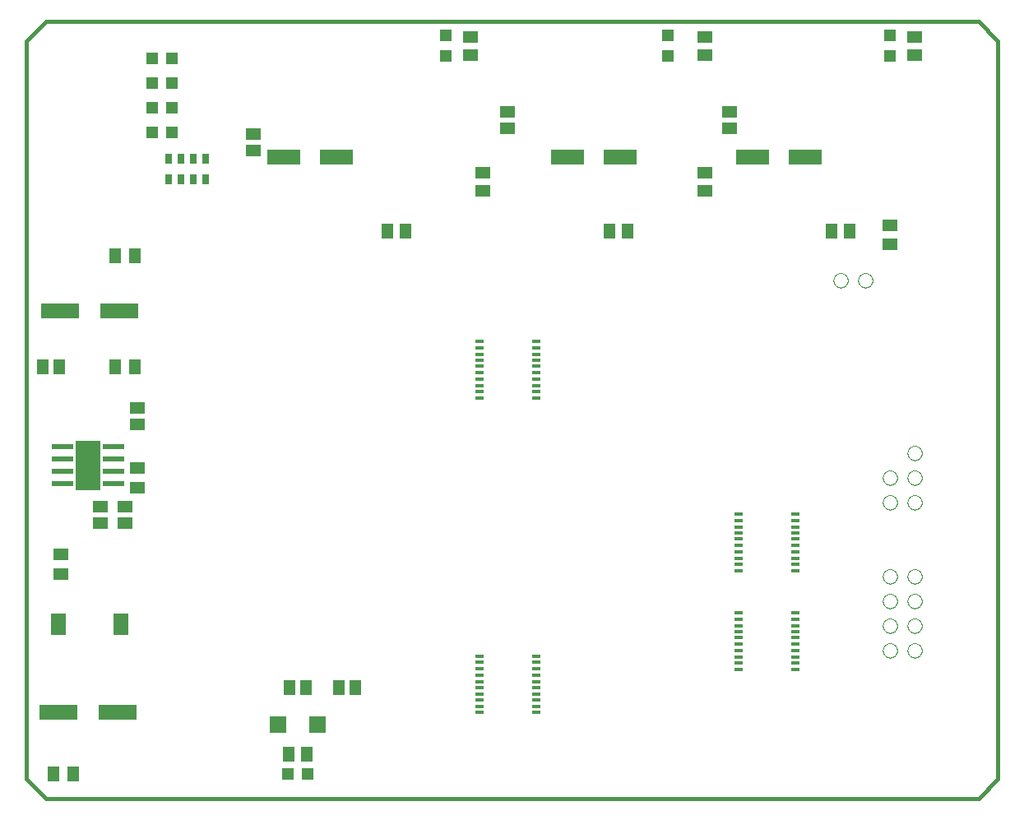
<source format=gtp>
G75*
%MOIN*%
%OFA0B0*%
%FSLAX25Y25*%
%IPPOS*%
%LPD*%
%AMOC8*
5,1,8,0,0,1.08239X$1,22.5*
%
%ADD10C,0.01600*%
%ADD11R,0.04724X0.04724*%
%ADD12R,0.05118X0.05906*%
%ADD13R,0.05906X0.05118*%
%ADD14R,0.13780X0.06299*%
%ADD15R,0.02953X0.04331*%
%ADD16R,0.08661X0.02362*%
%ADD17R,0.10000X0.20000*%
%ADD18R,0.06299X0.05118*%
%ADD19R,0.05118X0.06299*%
%ADD20R,0.15748X0.06299*%
%ADD21R,0.06299X0.08661*%
%ADD22R,0.03543X0.01378*%
%ADD23R,0.07087X0.06693*%
%ADD24C,0.00000*%
D10*
X0013573Y0009674D02*
X0021447Y0001800D01*
X0399400Y0001800D01*
X0407274Y0009674D01*
X0407274Y0308887D01*
X0399400Y0316761D01*
X0021447Y0316761D01*
X0013573Y0308887D01*
X0013573Y0308800D02*
X0013573Y0009800D01*
D11*
X0119439Y0011800D03*
X0127707Y0011800D03*
X0072707Y0271800D03*
X0064439Y0271800D03*
X0064439Y0281800D03*
X0072707Y0281800D03*
X0072707Y0291800D03*
X0064439Y0291800D03*
X0064439Y0301800D03*
X0072707Y0301800D03*
X0183573Y0302666D03*
X0183573Y0310934D03*
X0273573Y0310934D03*
X0273573Y0302666D03*
X0363573Y0302666D03*
X0363573Y0310934D03*
D12*
X0347313Y0231800D03*
X0339833Y0231800D03*
X0257313Y0231800D03*
X0249833Y0231800D03*
X0167313Y0231800D03*
X0159833Y0231800D03*
X0026919Y0176800D03*
X0020226Y0176800D03*
X0120226Y0046800D03*
X0126919Y0046800D03*
X0140226Y0046800D03*
X0146919Y0046800D03*
X0127313Y0019800D03*
X0119833Y0019800D03*
D13*
X0053573Y0113454D03*
X0053573Y0120146D03*
X0043573Y0120146D03*
X0043573Y0113454D03*
X0058573Y0153454D03*
X0058573Y0160146D03*
X0105573Y0264454D03*
X0105573Y0271146D03*
X0193573Y0303060D03*
X0193573Y0310540D03*
X0208573Y0280146D03*
X0208573Y0273454D03*
X0198573Y0255540D03*
X0198573Y0248060D03*
X0288573Y0248060D03*
X0288573Y0255540D03*
X0298573Y0273454D03*
X0298573Y0280146D03*
X0288573Y0303060D03*
X0288573Y0310540D03*
X0373573Y0310540D03*
X0373573Y0303060D03*
X0363573Y0234040D03*
X0363573Y0226560D03*
D14*
X0329203Y0261800D03*
X0307943Y0261800D03*
X0254203Y0261800D03*
X0232943Y0261800D03*
X0139203Y0261800D03*
X0117943Y0261800D03*
D15*
X0086073Y0261013D03*
X0081073Y0261013D03*
X0076073Y0261013D03*
X0071073Y0261013D03*
X0071073Y0252587D03*
X0076073Y0252587D03*
X0081073Y0252587D03*
X0086073Y0252587D03*
D16*
X0048809Y0144300D03*
X0048809Y0139300D03*
X0048809Y0134300D03*
X0048809Y0129300D03*
X0028337Y0129300D03*
X0028337Y0134300D03*
X0028337Y0139300D03*
X0028337Y0144300D03*
D17*
X0038573Y0136800D03*
D18*
X0058573Y0135737D03*
X0058573Y0127863D03*
X0027573Y0100737D03*
X0027573Y0092863D03*
D19*
X0024636Y0011800D03*
X0032510Y0011800D03*
X0049636Y0176800D03*
X0057510Y0176800D03*
X0057510Y0221800D03*
X0049636Y0221800D03*
D20*
X0051093Y0199438D03*
X0027077Y0199438D03*
X0026565Y0036800D03*
X0050581Y0036800D03*
D21*
X0051762Y0072312D03*
X0026565Y0072312D03*
D22*
X0197057Y0059477D03*
X0197057Y0056918D03*
X0197057Y0054359D03*
X0197057Y0051800D03*
X0197057Y0049241D03*
X0197057Y0046682D03*
X0197057Y0044123D03*
X0197057Y0041741D03*
X0197057Y0039182D03*
X0197057Y0036623D03*
X0220089Y0036623D03*
X0220089Y0039182D03*
X0220089Y0041741D03*
X0220089Y0044123D03*
X0220089Y0046682D03*
X0220089Y0049241D03*
X0220089Y0051800D03*
X0220089Y0054359D03*
X0220089Y0056918D03*
X0220089Y0059477D03*
X0302057Y0059241D03*
X0302057Y0061800D03*
X0302057Y0064359D03*
X0302057Y0066918D03*
X0302057Y0069477D03*
X0302057Y0071859D03*
X0302057Y0074418D03*
X0302057Y0076977D03*
X0302057Y0094123D03*
X0302057Y0096682D03*
X0302057Y0099241D03*
X0302057Y0101800D03*
X0302057Y0104359D03*
X0302057Y0106918D03*
X0302057Y0109477D03*
X0302057Y0111859D03*
X0302057Y0114418D03*
X0302057Y0116977D03*
X0325089Y0116977D03*
X0325089Y0114418D03*
X0325089Y0111859D03*
X0325089Y0109477D03*
X0325089Y0106918D03*
X0325089Y0104359D03*
X0325089Y0101800D03*
X0325089Y0099241D03*
X0325089Y0096682D03*
X0325089Y0094123D03*
X0325089Y0076977D03*
X0325089Y0074418D03*
X0325089Y0071859D03*
X0325089Y0069477D03*
X0325089Y0066918D03*
X0325089Y0064359D03*
X0325089Y0061800D03*
X0325089Y0059241D03*
X0325089Y0056682D03*
X0325089Y0054123D03*
X0302057Y0054123D03*
X0302057Y0056682D03*
X0220089Y0164123D03*
X0220089Y0166682D03*
X0220089Y0169241D03*
X0220089Y0171800D03*
X0220089Y0174359D03*
X0220089Y0176918D03*
X0220089Y0179477D03*
X0220089Y0181859D03*
X0220089Y0184418D03*
X0220089Y0186977D03*
X0197057Y0186977D03*
X0197057Y0184418D03*
X0197057Y0181859D03*
X0197057Y0179477D03*
X0197057Y0176918D03*
X0197057Y0174359D03*
X0197057Y0171800D03*
X0197057Y0169241D03*
X0197057Y0166682D03*
X0197057Y0164123D03*
D23*
X0131644Y0031800D03*
X0115502Y0031800D03*
D24*
X0340673Y0211800D02*
X0340675Y0211907D01*
X0340681Y0212014D01*
X0340691Y0212121D01*
X0340705Y0212227D01*
X0340722Y0212333D01*
X0340744Y0212438D01*
X0340770Y0212542D01*
X0340799Y0212645D01*
X0340832Y0212747D01*
X0340869Y0212848D01*
X0340909Y0212947D01*
X0340954Y0213044D01*
X0341001Y0213140D01*
X0341053Y0213235D01*
X0341107Y0213327D01*
X0341165Y0213417D01*
X0341227Y0213505D01*
X0341291Y0213590D01*
X0341359Y0213673D01*
X0341430Y0213754D01*
X0341504Y0213832D01*
X0341580Y0213907D01*
X0341659Y0213979D01*
X0341741Y0214048D01*
X0341825Y0214114D01*
X0341912Y0214177D01*
X0342001Y0214237D01*
X0342092Y0214293D01*
X0342185Y0214346D01*
X0342280Y0214396D01*
X0342377Y0214442D01*
X0342476Y0214484D01*
X0342576Y0214523D01*
X0342677Y0214558D01*
X0342779Y0214589D01*
X0342883Y0214617D01*
X0342988Y0214640D01*
X0343093Y0214660D01*
X0343199Y0214676D01*
X0343305Y0214688D01*
X0343412Y0214696D01*
X0343519Y0214700D01*
X0343627Y0214700D01*
X0343734Y0214696D01*
X0343841Y0214688D01*
X0343947Y0214676D01*
X0344053Y0214660D01*
X0344158Y0214640D01*
X0344263Y0214617D01*
X0344367Y0214589D01*
X0344469Y0214558D01*
X0344570Y0214523D01*
X0344670Y0214484D01*
X0344769Y0214442D01*
X0344866Y0214396D01*
X0344961Y0214346D01*
X0345054Y0214293D01*
X0345145Y0214237D01*
X0345234Y0214177D01*
X0345321Y0214114D01*
X0345405Y0214048D01*
X0345487Y0213979D01*
X0345566Y0213907D01*
X0345642Y0213832D01*
X0345716Y0213754D01*
X0345787Y0213673D01*
X0345855Y0213590D01*
X0345919Y0213505D01*
X0345981Y0213417D01*
X0346039Y0213327D01*
X0346093Y0213235D01*
X0346145Y0213140D01*
X0346192Y0213044D01*
X0346237Y0212947D01*
X0346277Y0212848D01*
X0346314Y0212747D01*
X0346347Y0212645D01*
X0346376Y0212542D01*
X0346402Y0212438D01*
X0346424Y0212333D01*
X0346441Y0212227D01*
X0346455Y0212121D01*
X0346465Y0212014D01*
X0346471Y0211907D01*
X0346473Y0211800D01*
X0346471Y0211693D01*
X0346465Y0211586D01*
X0346455Y0211479D01*
X0346441Y0211373D01*
X0346424Y0211267D01*
X0346402Y0211162D01*
X0346376Y0211058D01*
X0346347Y0210955D01*
X0346314Y0210853D01*
X0346277Y0210752D01*
X0346237Y0210653D01*
X0346192Y0210556D01*
X0346145Y0210460D01*
X0346093Y0210365D01*
X0346039Y0210273D01*
X0345981Y0210183D01*
X0345919Y0210095D01*
X0345855Y0210010D01*
X0345787Y0209927D01*
X0345716Y0209846D01*
X0345642Y0209768D01*
X0345566Y0209693D01*
X0345487Y0209621D01*
X0345405Y0209552D01*
X0345321Y0209486D01*
X0345234Y0209423D01*
X0345145Y0209363D01*
X0345054Y0209307D01*
X0344961Y0209254D01*
X0344866Y0209204D01*
X0344769Y0209158D01*
X0344670Y0209116D01*
X0344570Y0209077D01*
X0344469Y0209042D01*
X0344367Y0209011D01*
X0344263Y0208983D01*
X0344158Y0208960D01*
X0344053Y0208940D01*
X0343947Y0208924D01*
X0343841Y0208912D01*
X0343734Y0208904D01*
X0343627Y0208900D01*
X0343519Y0208900D01*
X0343412Y0208904D01*
X0343305Y0208912D01*
X0343199Y0208924D01*
X0343093Y0208940D01*
X0342988Y0208960D01*
X0342883Y0208983D01*
X0342779Y0209011D01*
X0342677Y0209042D01*
X0342576Y0209077D01*
X0342476Y0209116D01*
X0342377Y0209158D01*
X0342280Y0209204D01*
X0342185Y0209254D01*
X0342092Y0209307D01*
X0342001Y0209363D01*
X0341912Y0209423D01*
X0341825Y0209486D01*
X0341741Y0209552D01*
X0341659Y0209621D01*
X0341580Y0209693D01*
X0341504Y0209768D01*
X0341430Y0209846D01*
X0341359Y0209927D01*
X0341291Y0210010D01*
X0341227Y0210095D01*
X0341165Y0210183D01*
X0341107Y0210273D01*
X0341053Y0210365D01*
X0341001Y0210460D01*
X0340954Y0210556D01*
X0340909Y0210653D01*
X0340869Y0210752D01*
X0340832Y0210853D01*
X0340799Y0210955D01*
X0340770Y0211058D01*
X0340744Y0211162D01*
X0340722Y0211267D01*
X0340705Y0211373D01*
X0340691Y0211479D01*
X0340681Y0211586D01*
X0340675Y0211693D01*
X0340673Y0211800D01*
X0350673Y0211800D02*
X0350675Y0211907D01*
X0350681Y0212014D01*
X0350691Y0212121D01*
X0350705Y0212227D01*
X0350722Y0212333D01*
X0350744Y0212438D01*
X0350770Y0212542D01*
X0350799Y0212645D01*
X0350832Y0212747D01*
X0350869Y0212848D01*
X0350909Y0212947D01*
X0350954Y0213044D01*
X0351001Y0213140D01*
X0351053Y0213235D01*
X0351107Y0213327D01*
X0351165Y0213417D01*
X0351227Y0213505D01*
X0351291Y0213590D01*
X0351359Y0213673D01*
X0351430Y0213754D01*
X0351504Y0213832D01*
X0351580Y0213907D01*
X0351659Y0213979D01*
X0351741Y0214048D01*
X0351825Y0214114D01*
X0351912Y0214177D01*
X0352001Y0214237D01*
X0352092Y0214293D01*
X0352185Y0214346D01*
X0352280Y0214396D01*
X0352377Y0214442D01*
X0352476Y0214484D01*
X0352576Y0214523D01*
X0352677Y0214558D01*
X0352779Y0214589D01*
X0352883Y0214617D01*
X0352988Y0214640D01*
X0353093Y0214660D01*
X0353199Y0214676D01*
X0353305Y0214688D01*
X0353412Y0214696D01*
X0353519Y0214700D01*
X0353627Y0214700D01*
X0353734Y0214696D01*
X0353841Y0214688D01*
X0353947Y0214676D01*
X0354053Y0214660D01*
X0354158Y0214640D01*
X0354263Y0214617D01*
X0354367Y0214589D01*
X0354469Y0214558D01*
X0354570Y0214523D01*
X0354670Y0214484D01*
X0354769Y0214442D01*
X0354866Y0214396D01*
X0354961Y0214346D01*
X0355054Y0214293D01*
X0355145Y0214237D01*
X0355234Y0214177D01*
X0355321Y0214114D01*
X0355405Y0214048D01*
X0355487Y0213979D01*
X0355566Y0213907D01*
X0355642Y0213832D01*
X0355716Y0213754D01*
X0355787Y0213673D01*
X0355855Y0213590D01*
X0355919Y0213505D01*
X0355981Y0213417D01*
X0356039Y0213327D01*
X0356093Y0213235D01*
X0356145Y0213140D01*
X0356192Y0213044D01*
X0356237Y0212947D01*
X0356277Y0212848D01*
X0356314Y0212747D01*
X0356347Y0212645D01*
X0356376Y0212542D01*
X0356402Y0212438D01*
X0356424Y0212333D01*
X0356441Y0212227D01*
X0356455Y0212121D01*
X0356465Y0212014D01*
X0356471Y0211907D01*
X0356473Y0211800D01*
X0356471Y0211693D01*
X0356465Y0211586D01*
X0356455Y0211479D01*
X0356441Y0211373D01*
X0356424Y0211267D01*
X0356402Y0211162D01*
X0356376Y0211058D01*
X0356347Y0210955D01*
X0356314Y0210853D01*
X0356277Y0210752D01*
X0356237Y0210653D01*
X0356192Y0210556D01*
X0356145Y0210460D01*
X0356093Y0210365D01*
X0356039Y0210273D01*
X0355981Y0210183D01*
X0355919Y0210095D01*
X0355855Y0210010D01*
X0355787Y0209927D01*
X0355716Y0209846D01*
X0355642Y0209768D01*
X0355566Y0209693D01*
X0355487Y0209621D01*
X0355405Y0209552D01*
X0355321Y0209486D01*
X0355234Y0209423D01*
X0355145Y0209363D01*
X0355054Y0209307D01*
X0354961Y0209254D01*
X0354866Y0209204D01*
X0354769Y0209158D01*
X0354670Y0209116D01*
X0354570Y0209077D01*
X0354469Y0209042D01*
X0354367Y0209011D01*
X0354263Y0208983D01*
X0354158Y0208960D01*
X0354053Y0208940D01*
X0353947Y0208924D01*
X0353841Y0208912D01*
X0353734Y0208904D01*
X0353627Y0208900D01*
X0353519Y0208900D01*
X0353412Y0208904D01*
X0353305Y0208912D01*
X0353199Y0208924D01*
X0353093Y0208940D01*
X0352988Y0208960D01*
X0352883Y0208983D01*
X0352779Y0209011D01*
X0352677Y0209042D01*
X0352576Y0209077D01*
X0352476Y0209116D01*
X0352377Y0209158D01*
X0352280Y0209204D01*
X0352185Y0209254D01*
X0352092Y0209307D01*
X0352001Y0209363D01*
X0351912Y0209423D01*
X0351825Y0209486D01*
X0351741Y0209552D01*
X0351659Y0209621D01*
X0351580Y0209693D01*
X0351504Y0209768D01*
X0351430Y0209846D01*
X0351359Y0209927D01*
X0351291Y0210010D01*
X0351227Y0210095D01*
X0351165Y0210183D01*
X0351107Y0210273D01*
X0351053Y0210365D01*
X0351001Y0210460D01*
X0350954Y0210556D01*
X0350909Y0210653D01*
X0350869Y0210752D01*
X0350832Y0210853D01*
X0350799Y0210955D01*
X0350770Y0211058D01*
X0350744Y0211162D01*
X0350722Y0211267D01*
X0350705Y0211373D01*
X0350691Y0211479D01*
X0350681Y0211586D01*
X0350675Y0211693D01*
X0350673Y0211800D01*
X0370673Y0141800D02*
X0370675Y0141907D01*
X0370681Y0142014D01*
X0370691Y0142121D01*
X0370705Y0142227D01*
X0370722Y0142333D01*
X0370744Y0142438D01*
X0370770Y0142542D01*
X0370799Y0142645D01*
X0370832Y0142747D01*
X0370869Y0142848D01*
X0370909Y0142947D01*
X0370954Y0143044D01*
X0371001Y0143140D01*
X0371053Y0143235D01*
X0371107Y0143327D01*
X0371165Y0143417D01*
X0371227Y0143505D01*
X0371291Y0143590D01*
X0371359Y0143673D01*
X0371430Y0143754D01*
X0371504Y0143832D01*
X0371580Y0143907D01*
X0371659Y0143979D01*
X0371741Y0144048D01*
X0371825Y0144114D01*
X0371912Y0144177D01*
X0372001Y0144237D01*
X0372092Y0144293D01*
X0372185Y0144346D01*
X0372280Y0144396D01*
X0372377Y0144442D01*
X0372476Y0144484D01*
X0372576Y0144523D01*
X0372677Y0144558D01*
X0372779Y0144589D01*
X0372883Y0144617D01*
X0372988Y0144640D01*
X0373093Y0144660D01*
X0373199Y0144676D01*
X0373305Y0144688D01*
X0373412Y0144696D01*
X0373519Y0144700D01*
X0373627Y0144700D01*
X0373734Y0144696D01*
X0373841Y0144688D01*
X0373947Y0144676D01*
X0374053Y0144660D01*
X0374158Y0144640D01*
X0374263Y0144617D01*
X0374367Y0144589D01*
X0374469Y0144558D01*
X0374570Y0144523D01*
X0374670Y0144484D01*
X0374769Y0144442D01*
X0374866Y0144396D01*
X0374961Y0144346D01*
X0375054Y0144293D01*
X0375145Y0144237D01*
X0375234Y0144177D01*
X0375321Y0144114D01*
X0375405Y0144048D01*
X0375487Y0143979D01*
X0375566Y0143907D01*
X0375642Y0143832D01*
X0375716Y0143754D01*
X0375787Y0143673D01*
X0375855Y0143590D01*
X0375919Y0143505D01*
X0375981Y0143417D01*
X0376039Y0143327D01*
X0376093Y0143235D01*
X0376145Y0143140D01*
X0376192Y0143044D01*
X0376237Y0142947D01*
X0376277Y0142848D01*
X0376314Y0142747D01*
X0376347Y0142645D01*
X0376376Y0142542D01*
X0376402Y0142438D01*
X0376424Y0142333D01*
X0376441Y0142227D01*
X0376455Y0142121D01*
X0376465Y0142014D01*
X0376471Y0141907D01*
X0376473Y0141800D01*
X0376471Y0141693D01*
X0376465Y0141586D01*
X0376455Y0141479D01*
X0376441Y0141373D01*
X0376424Y0141267D01*
X0376402Y0141162D01*
X0376376Y0141058D01*
X0376347Y0140955D01*
X0376314Y0140853D01*
X0376277Y0140752D01*
X0376237Y0140653D01*
X0376192Y0140556D01*
X0376145Y0140460D01*
X0376093Y0140365D01*
X0376039Y0140273D01*
X0375981Y0140183D01*
X0375919Y0140095D01*
X0375855Y0140010D01*
X0375787Y0139927D01*
X0375716Y0139846D01*
X0375642Y0139768D01*
X0375566Y0139693D01*
X0375487Y0139621D01*
X0375405Y0139552D01*
X0375321Y0139486D01*
X0375234Y0139423D01*
X0375145Y0139363D01*
X0375054Y0139307D01*
X0374961Y0139254D01*
X0374866Y0139204D01*
X0374769Y0139158D01*
X0374670Y0139116D01*
X0374570Y0139077D01*
X0374469Y0139042D01*
X0374367Y0139011D01*
X0374263Y0138983D01*
X0374158Y0138960D01*
X0374053Y0138940D01*
X0373947Y0138924D01*
X0373841Y0138912D01*
X0373734Y0138904D01*
X0373627Y0138900D01*
X0373519Y0138900D01*
X0373412Y0138904D01*
X0373305Y0138912D01*
X0373199Y0138924D01*
X0373093Y0138940D01*
X0372988Y0138960D01*
X0372883Y0138983D01*
X0372779Y0139011D01*
X0372677Y0139042D01*
X0372576Y0139077D01*
X0372476Y0139116D01*
X0372377Y0139158D01*
X0372280Y0139204D01*
X0372185Y0139254D01*
X0372092Y0139307D01*
X0372001Y0139363D01*
X0371912Y0139423D01*
X0371825Y0139486D01*
X0371741Y0139552D01*
X0371659Y0139621D01*
X0371580Y0139693D01*
X0371504Y0139768D01*
X0371430Y0139846D01*
X0371359Y0139927D01*
X0371291Y0140010D01*
X0371227Y0140095D01*
X0371165Y0140183D01*
X0371107Y0140273D01*
X0371053Y0140365D01*
X0371001Y0140460D01*
X0370954Y0140556D01*
X0370909Y0140653D01*
X0370869Y0140752D01*
X0370832Y0140853D01*
X0370799Y0140955D01*
X0370770Y0141058D01*
X0370744Y0141162D01*
X0370722Y0141267D01*
X0370705Y0141373D01*
X0370691Y0141479D01*
X0370681Y0141586D01*
X0370675Y0141693D01*
X0370673Y0141800D01*
X0370673Y0131800D02*
X0370675Y0131907D01*
X0370681Y0132014D01*
X0370691Y0132121D01*
X0370705Y0132227D01*
X0370722Y0132333D01*
X0370744Y0132438D01*
X0370770Y0132542D01*
X0370799Y0132645D01*
X0370832Y0132747D01*
X0370869Y0132848D01*
X0370909Y0132947D01*
X0370954Y0133044D01*
X0371001Y0133140D01*
X0371053Y0133235D01*
X0371107Y0133327D01*
X0371165Y0133417D01*
X0371227Y0133505D01*
X0371291Y0133590D01*
X0371359Y0133673D01*
X0371430Y0133754D01*
X0371504Y0133832D01*
X0371580Y0133907D01*
X0371659Y0133979D01*
X0371741Y0134048D01*
X0371825Y0134114D01*
X0371912Y0134177D01*
X0372001Y0134237D01*
X0372092Y0134293D01*
X0372185Y0134346D01*
X0372280Y0134396D01*
X0372377Y0134442D01*
X0372476Y0134484D01*
X0372576Y0134523D01*
X0372677Y0134558D01*
X0372779Y0134589D01*
X0372883Y0134617D01*
X0372988Y0134640D01*
X0373093Y0134660D01*
X0373199Y0134676D01*
X0373305Y0134688D01*
X0373412Y0134696D01*
X0373519Y0134700D01*
X0373627Y0134700D01*
X0373734Y0134696D01*
X0373841Y0134688D01*
X0373947Y0134676D01*
X0374053Y0134660D01*
X0374158Y0134640D01*
X0374263Y0134617D01*
X0374367Y0134589D01*
X0374469Y0134558D01*
X0374570Y0134523D01*
X0374670Y0134484D01*
X0374769Y0134442D01*
X0374866Y0134396D01*
X0374961Y0134346D01*
X0375054Y0134293D01*
X0375145Y0134237D01*
X0375234Y0134177D01*
X0375321Y0134114D01*
X0375405Y0134048D01*
X0375487Y0133979D01*
X0375566Y0133907D01*
X0375642Y0133832D01*
X0375716Y0133754D01*
X0375787Y0133673D01*
X0375855Y0133590D01*
X0375919Y0133505D01*
X0375981Y0133417D01*
X0376039Y0133327D01*
X0376093Y0133235D01*
X0376145Y0133140D01*
X0376192Y0133044D01*
X0376237Y0132947D01*
X0376277Y0132848D01*
X0376314Y0132747D01*
X0376347Y0132645D01*
X0376376Y0132542D01*
X0376402Y0132438D01*
X0376424Y0132333D01*
X0376441Y0132227D01*
X0376455Y0132121D01*
X0376465Y0132014D01*
X0376471Y0131907D01*
X0376473Y0131800D01*
X0376471Y0131693D01*
X0376465Y0131586D01*
X0376455Y0131479D01*
X0376441Y0131373D01*
X0376424Y0131267D01*
X0376402Y0131162D01*
X0376376Y0131058D01*
X0376347Y0130955D01*
X0376314Y0130853D01*
X0376277Y0130752D01*
X0376237Y0130653D01*
X0376192Y0130556D01*
X0376145Y0130460D01*
X0376093Y0130365D01*
X0376039Y0130273D01*
X0375981Y0130183D01*
X0375919Y0130095D01*
X0375855Y0130010D01*
X0375787Y0129927D01*
X0375716Y0129846D01*
X0375642Y0129768D01*
X0375566Y0129693D01*
X0375487Y0129621D01*
X0375405Y0129552D01*
X0375321Y0129486D01*
X0375234Y0129423D01*
X0375145Y0129363D01*
X0375054Y0129307D01*
X0374961Y0129254D01*
X0374866Y0129204D01*
X0374769Y0129158D01*
X0374670Y0129116D01*
X0374570Y0129077D01*
X0374469Y0129042D01*
X0374367Y0129011D01*
X0374263Y0128983D01*
X0374158Y0128960D01*
X0374053Y0128940D01*
X0373947Y0128924D01*
X0373841Y0128912D01*
X0373734Y0128904D01*
X0373627Y0128900D01*
X0373519Y0128900D01*
X0373412Y0128904D01*
X0373305Y0128912D01*
X0373199Y0128924D01*
X0373093Y0128940D01*
X0372988Y0128960D01*
X0372883Y0128983D01*
X0372779Y0129011D01*
X0372677Y0129042D01*
X0372576Y0129077D01*
X0372476Y0129116D01*
X0372377Y0129158D01*
X0372280Y0129204D01*
X0372185Y0129254D01*
X0372092Y0129307D01*
X0372001Y0129363D01*
X0371912Y0129423D01*
X0371825Y0129486D01*
X0371741Y0129552D01*
X0371659Y0129621D01*
X0371580Y0129693D01*
X0371504Y0129768D01*
X0371430Y0129846D01*
X0371359Y0129927D01*
X0371291Y0130010D01*
X0371227Y0130095D01*
X0371165Y0130183D01*
X0371107Y0130273D01*
X0371053Y0130365D01*
X0371001Y0130460D01*
X0370954Y0130556D01*
X0370909Y0130653D01*
X0370869Y0130752D01*
X0370832Y0130853D01*
X0370799Y0130955D01*
X0370770Y0131058D01*
X0370744Y0131162D01*
X0370722Y0131267D01*
X0370705Y0131373D01*
X0370691Y0131479D01*
X0370681Y0131586D01*
X0370675Y0131693D01*
X0370673Y0131800D01*
X0360673Y0131800D02*
X0360675Y0131907D01*
X0360681Y0132014D01*
X0360691Y0132121D01*
X0360705Y0132227D01*
X0360722Y0132333D01*
X0360744Y0132438D01*
X0360770Y0132542D01*
X0360799Y0132645D01*
X0360832Y0132747D01*
X0360869Y0132848D01*
X0360909Y0132947D01*
X0360954Y0133044D01*
X0361001Y0133140D01*
X0361053Y0133235D01*
X0361107Y0133327D01*
X0361165Y0133417D01*
X0361227Y0133505D01*
X0361291Y0133590D01*
X0361359Y0133673D01*
X0361430Y0133754D01*
X0361504Y0133832D01*
X0361580Y0133907D01*
X0361659Y0133979D01*
X0361741Y0134048D01*
X0361825Y0134114D01*
X0361912Y0134177D01*
X0362001Y0134237D01*
X0362092Y0134293D01*
X0362185Y0134346D01*
X0362280Y0134396D01*
X0362377Y0134442D01*
X0362476Y0134484D01*
X0362576Y0134523D01*
X0362677Y0134558D01*
X0362779Y0134589D01*
X0362883Y0134617D01*
X0362988Y0134640D01*
X0363093Y0134660D01*
X0363199Y0134676D01*
X0363305Y0134688D01*
X0363412Y0134696D01*
X0363519Y0134700D01*
X0363627Y0134700D01*
X0363734Y0134696D01*
X0363841Y0134688D01*
X0363947Y0134676D01*
X0364053Y0134660D01*
X0364158Y0134640D01*
X0364263Y0134617D01*
X0364367Y0134589D01*
X0364469Y0134558D01*
X0364570Y0134523D01*
X0364670Y0134484D01*
X0364769Y0134442D01*
X0364866Y0134396D01*
X0364961Y0134346D01*
X0365054Y0134293D01*
X0365145Y0134237D01*
X0365234Y0134177D01*
X0365321Y0134114D01*
X0365405Y0134048D01*
X0365487Y0133979D01*
X0365566Y0133907D01*
X0365642Y0133832D01*
X0365716Y0133754D01*
X0365787Y0133673D01*
X0365855Y0133590D01*
X0365919Y0133505D01*
X0365981Y0133417D01*
X0366039Y0133327D01*
X0366093Y0133235D01*
X0366145Y0133140D01*
X0366192Y0133044D01*
X0366237Y0132947D01*
X0366277Y0132848D01*
X0366314Y0132747D01*
X0366347Y0132645D01*
X0366376Y0132542D01*
X0366402Y0132438D01*
X0366424Y0132333D01*
X0366441Y0132227D01*
X0366455Y0132121D01*
X0366465Y0132014D01*
X0366471Y0131907D01*
X0366473Y0131800D01*
X0366471Y0131693D01*
X0366465Y0131586D01*
X0366455Y0131479D01*
X0366441Y0131373D01*
X0366424Y0131267D01*
X0366402Y0131162D01*
X0366376Y0131058D01*
X0366347Y0130955D01*
X0366314Y0130853D01*
X0366277Y0130752D01*
X0366237Y0130653D01*
X0366192Y0130556D01*
X0366145Y0130460D01*
X0366093Y0130365D01*
X0366039Y0130273D01*
X0365981Y0130183D01*
X0365919Y0130095D01*
X0365855Y0130010D01*
X0365787Y0129927D01*
X0365716Y0129846D01*
X0365642Y0129768D01*
X0365566Y0129693D01*
X0365487Y0129621D01*
X0365405Y0129552D01*
X0365321Y0129486D01*
X0365234Y0129423D01*
X0365145Y0129363D01*
X0365054Y0129307D01*
X0364961Y0129254D01*
X0364866Y0129204D01*
X0364769Y0129158D01*
X0364670Y0129116D01*
X0364570Y0129077D01*
X0364469Y0129042D01*
X0364367Y0129011D01*
X0364263Y0128983D01*
X0364158Y0128960D01*
X0364053Y0128940D01*
X0363947Y0128924D01*
X0363841Y0128912D01*
X0363734Y0128904D01*
X0363627Y0128900D01*
X0363519Y0128900D01*
X0363412Y0128904D01*
X0363305Y0128912D01*
X0363199Y0128924D01*
X0363093Y0128940D01*
X0362988Y0128960D01*
X0362883Y0128983D01*
X0362779Y0129011D01*
X0362677Y0129042D01*
X0362576Y0129077D01*
X0362476Y0129116D01*
X0362377Y0129158D01*
X0362280Y0129204D01*
X0362185Y0129254D01*
X0362092Y0129307D01*
X0362001Y0129363D01*
X0361912Y0129423D01*
X0361825Y0129486D01*
X0361741Y0129552D01*
X0361659Y0129621D01*
X0361580Y0129693D01*
X0361504Y0129768D01*
X0361430Y0129846D01*
X0361359Y0129927D01*
X0361291Y0130010D01*
X0361227Y0130095D01*
X0361165Y0130183D01*
X0361107Y0130273D01*
X0361053Y0130365D01*
X0361001Y0130460D01*
X0360954Y0130556D01*
X0360909Y0130653D01*
X0360869Y0130752D01*
X0360832Y0130853D01*
X0360799Y0130955D01*
X0360770Y0131058D01*
X0360744Y0131162D01*
X0360722Y0131267D01*
X0360705Y0131373D01*
X0360691Y0131479D01*
X0360681Y0131586D01*
X0360675Y0131693D01*
X0360673Y0131800D01*
X0360673Y0121800D02*
X0360675Y0121907D01*
X0360681Y0122014D01*
X0360691Y0122121D01*
X0360705Y0122227D01*
X0360722Y0122333D01*
X0360744Y0122438D01*
X0360770Y0122542D01*
X0360799Y0122645D01*
X0360832Y0122747D01*
X0360869Y0122848D01*
X0360909Y0122947D01*
X0360954Y0123044D01*
X0361001Y0123140D01*
X0361053Y0123235D01*
X0361107Y0123327D01*
X0361165Y0123417D01*
X0361227Y0123505D01*
X0361291Y0123590D01*
X0361359Y0123673D01*
X0361430Y0123754D01*
X0361504Y0123832D01*
X0361580Y0123907D01*
X0361659Y0123979D01*
X0361741Y0124048D01*
X0361825Y0124114D01*
X0361912Y0124177D01*
X0362001Y0124237D01*
X0362092Y0124293D01*
X0362185Y0124346D01*
X0362280Y0124396D01*
X0362377Y0124442D01*
X0362476Y0124484D01*
X0362576Y0124523D01*
X0362677Y0124558D01*
X0362779Y0124589D01*
X0362883Y0124617D01*
X0362988Y0124640D01*
X0363093Y0124660D01*
X0363199Y0124676D01*
X0363305Y0124688D01*
X0363412Y0124696D01*
X0363519Y0124700D01*
X0363627Y0124700D01*
X0363734Y0124696D01*
X0363841Y0124688D01*
X0363947Y0124676D01*
X0364053Y0124660D01*
X0364158Y0124640D01*
X0364263Y0124617D01*
X0364367Y0124589D01*
X0364469Y0124558D01*
X0364570Y0124523D01*
X0364670Y0124484D01*
X0364769Y0124442D01*
X0364866Y0124396D01*
X0364961Y0124346D01*
X0365054Y0124293D01*
X0365145Y0124237D01*
X0365234Y0124177D01*
X0365321Y0124114D01*
X0365405Y0124048D01*
X0365487Y0123979D01*
X0365566Y0123907D01*
X0365642Y0123832D01*
X0365716Y0123754D01*
X0365787Y0123673D01*
X0365855Y0123590D01*
X0365919Y0123505D01*
X0365981Y0123417D01*
X0366039Y0123327D01*
X0366093Y0123235D01*
X0366145Y0123140D01*
X0366192Y0123044D01*
X0366237Y0122947D01*
X0366277Y0122848D01*
X0366314Y0122747D01*
X0366347Y0122645D01*
X0366376Y0122542D01*
X0366402Y0122438D01*
X0366424Y0122333D01*
X0366441Y0122227D01*
X0366455Y0122121D01*
X0366465Y0122014D01*
X0366471Y0121907D01*
X0366473Y0121800D01*
X0366471Y0121693D01*
X0366465Y0121586D01*
X0366455Y0121479D01*
X0366441Y0121373D01*
X0366424Y0121267D01*
X0366402Y0121162D01*
X0366376Y0121058D01*
X0366347Y0120955D01*
X0366314Y0120853D01*
X0366277Y0120752D01*
X0366237Y0120653D01*
X0366192Y0120556D01*
X0366145Y0120460D01*
X0366093Y0120365D01*
X0366039Y0120273D01*
X0365981Y0120183D01*
X0365919Y0120095D01*
X0365855Y0120010D01*
X0365787Y0119927D01*
X0365716Y0119846D01*
X0365642Y0119768D01*
X0365566Y0119693D01*
X0365487Y0119621D01*
X0365405Y0119552D01*
X0365321Y0119486D01*
X0365234Y0119423D01*
X0365145Y0119363D01*
X0365054Y0119307D01*
X0364961Y0119254D01*
X0364866Y0119204D01*
X0364769Y0119158D01*
X0364670Y0119116D01*
X0364570Y0119077D01*
X0364469Y0119042D01*
X0364367Y0119011D01*
X0364263Y0118983D01*
X0364158Y0118960D01*
X0364053Y0118940D01*
X0363947Y0118924D01*
X0363841Y0118912D01*
X0363734Y0118904D01*
X0363627Y0118900D01*
X0363519Y0118900D01*
X0363412Y0118904D01*
X0363305Y0118912D01*
X0363199Y0118924D01*
X0363093Y0118940D01*
X0362988Y0118960D01*
X0362883Y0118983D01*
X0362779Y0119011D01*
X0362677Y0119042D01*
X0362576Y0119077D01*
X0362476Y0119116D01*
X0362377Y0119158D01*
X0362280Y0119204D01*
X0362185Y0119254D01*
X0362092Y0119307D01*
X0362001Y0119363D01*
X0361912Y0119423D01*
X0361825Y0119486D01*
X0361741Y0119552D01*
X0361659Y0119621D01*
X0361580Y0119693D01*
X0361504Y0119768D01*
X0361430Y0119846D01*
X0361359Y0119927D01*
X0361291Y0120010D01*
X0361227Y0120095D01*
X0361165Y0120183D01*
X0361107Y0120273D01*
X0361053Y0120365D01*
X0361001Y0120460D01*
X0360954Y0120556D01*
X0360909Y0120653D01*
X0360869Y0120752D01*
X0360832Y0120853D01*
X0360799Y0120955D01*
X0360770Y0121058D01*
X0360744Y0121162D01*
X0360722Y0121267D01*
X0360705Y0121373D01*
X0360691Y0121479D01*
X0360681Y0121586D01*
X0360675Y0121693D01*
X0360673Y0121800D01*
X0370673Y0121800D02*
X0370675Y0121907D01*
X0370681Y0122014D01*
X0370691Y0122121D01*
X0370705Y0122227D01*
X0370722Y0122333D01*
X0370744Y0122438D01*
X0370770Y0122542D01*
X0370799Y0122645D01*
X0370832Y0122747D01*
X0370869Y0122848D01*
X0370909Y0122947D01*
X0370954Y0123044D01*
X0371001Y0123140D01*
X0371053Y0123235D01*
X0371107Y0123327D01*
X0371165Y0123417D01*
X0371227Y0123505D01*
X0371291Y0123590D01*
X0371359Y0123673D01*
X0371430Y0123754D01*
X0371504Y0123832D01*
X0371580Y0123907D01*
X0371659Y0123979D01*
X0371741Y0124048D01*
X0371825Y0124114D01*
X0371912Y0124177D01*
X0372001Y0124237D01*
X0372092Y0124293D01*
X0372185Y0124346D01*
X0372280Y0124396D01*
X0372377Y0124442D01*
X0372476Y0124484D01*
X0372576Y0124523D01*
X0372677Y0124558D01*
X0372779Y0124589D01*
X0372883Y0124617D01*
X0372988Y0124640D01*
X0373093Y0124660D01*
X0373199Y0124676D01*
X0373305Y0124688D01*
X0373412Y0124696D01*
X0373519Y0124700D01*
X0373627Y0124700D01*
X0373734Y0124696D01*
X0373841Y0124688D01*
X0373947Y0124676D01*
X0374053Y0124660D01*
X0374158Y0124640D01*
X0374263Y0124617D01*
X0374367Y0124589D01*
X0374469Y0124558D01*
X0374570Y0124523D01*
X0374670Y0124484D01*
X0374769Y0124442D01*
X0374866Y0124396D01*
X0374961Y0124346D01*
X0375054Y0124293D01*
X0375145Y0124237D01*
X0375234Y0124177D01*
X0375321Y0124114D01*
X0375405Y0124048D01*
X0375487Y0123979D01*
X0375566Y0123907D01*
X0375642Y0123832D01*
X0375716Y0123754D01*
X0375787Y0123673D01*
X0375855Y0123590D01*
X0375919Y0123505D01*
X0375981Y0123417D01*
X0376039Y0123327D01*
X0376093Y0123235D01*
X0376145Y0123140D01*
X0376192Y0123044D01*
X0376237Y0122947D01*
X0376277Y0122848D01*
X0376314Y0122747D01*
X0376347Y0122645D01*
X0376376Y0122542D01*
X0376402Y0122438D01*
X0376424Y0122333D01*
X0376441Y0122227D01*
X0376455Y0122121D01*
X0376465Y0122014D01*
X0376471Y0121907D01*
X0376473Y0121800D01*
X0376471Y0121693D01*
X0376465Y0121586D01*
X0376455Y0121479D01*
X0376441Y0121373D01*
X0376424Y0121267D01*
X0376402Y0121162D01*
X0376376Y0121058D01*
X0376347Y0120955D01*
X0376314Y0120853D01*
X0376277Y0120752D01*
X0376237Y0120653D01*
X0376192Y0120556D01*
X0376145Y0120460D01*
X0376093Y0120365D01*
X0376039Y0120273D01*
X0375981Y0120183D01*
X0375919Y0120095D01*
X0375855Y0120010D01*
X0375787Y0119927D01*
X0375716Y0119846D01*
X0375642Y0119768D01*
X0375566Y0119693D01*
X0375487Y0119621D01*
X0375405Y0119552D01*
X0375321Y0119486D01*
X0375234Y0119423D01*
X0375145Y0119363D01*
X0375054Y0119307D01*
X0374961Y0119254D01*
X0374866Y0119204D01*
X0374769Y0119158D01*
X0374670Y0119116D01*
X0374570Y0119077D01*
X0374469Y0119042D01*
X0374367Y0119011D01*
X0374263Y0118983D01*
X0374158Y0118960D01*
X0374053Y0118940D01*
X0373947Y0118924D01*
X0373841Y0118912D01*
X0373734Y0118904D01*
X0373627Y0118900D01*
X0373519Y0118900D01*
X0373412Y0118904D01*
X0373305Y0118912D01*
X0373199Y0118924D01*
X0373093Y0118940D01*
X0372988Y0118960D01*
X0372883Y0118983D01*
X0372779Y0119011D01*
X0372677Y0119042D01*
X0372576Y0119077D01*
X0372476Y0119116D01*
X0372377Y0119158D01*
X0372280Y0119204D01*
X0372185Y0119254D01*
X0372092Y0119307D01*
X0372001Y0119363D01*
X0371912Y0119423D01*
X0371825Y0119486D01*
X0371741Y0119552D01*
X0371659Y0119621D01*
X0371580Y0119693D01*
X0371504Y0119768D01*
X0371430Y0119846D01*
X0371359Y0119927D01*
X0371291Y0120010D01*
X0371227Y0120095D01*
X0371165Y0120183D01*
X0371107Y0120273D01*
X0371053Y0120365D01*
X0371001Y0120460D01*
X0370954Y0120556D01*
X0370909Y0120653D01*
X0370869Y0120752D01*
X0370832Y0120853D01*
X0370799Y0120955D01*
X0370770Y0121058D01*
X0370744Y0121162D01*
X0370722Y0121267D01*
X0370705Y0121373D01*
X0370691Y0121479D01*
X0370681Y0121586D01*
X0370675Y0121693D01*
X0370673Y0121800D01*
X0370673Y0091800D02*
X0370675Y0091907D01*
X0370681Y0092014D01*
X0370691Y0092121D01*
X0370705Y0092227D01*
X0370722Y0092333D01*
X0370744Y0092438D01*
X0370770Y0092542D01*
X0370799Y0092645D01*
X0370832Y0092747D01*
X0370869Y0092848D01*
X0370909Y0092947D01*
X0370954Y0093044D01*
X0371001Y0093140D01*
X0371053Y0093235D01*
X0371107Y0093327D01*
X0371165Y0093417D01*
X0371227Y0093505D01*
X0371291Y0093590D01*
X0371359Y0093673D01*
X0371430Y0093754D01*
X0371504Y0093832D01*
X0371580Y0093907D01*
X0371659Y0093979D01*
X0371741Y0094048D01*
X0371825Y0094114D01*
X0371912Y0094177D01*
X0372001Y0094237D01*
X0372092Y0094293D01*
X0372185Y0094346D01*
X0372280Y0094396D01*
X0372377Y0094442D01*
X0372476Y0094484D01*
X0372576Y0094523D01*
X0372677Y0094558D01*
X0372779Y0094589D01*
X0372883Y0094617D01*
X0372988Y0094640D01*
X0373093Y0094660D01*
X0373199Y0094676D01*
X0373305Y0094688D01*
X0373412Y0094696D01*
X0373519Y0094700D01*
X0373627Y0094700D01*
X0373734Y0094696D01*
X0373841Y0094688D01*
X0373947Y0094676D01*
X0374053Y0094660D01*
X0374158Y0094640D01*
X0374263Y0094617D01*
X0374367Y0094589D01*
X0374469Y0094558D01*
X0374570Y0094523D01*
X0374670Y0094484D01*
X0374769Y0094442D01*
X0374866Y0094396D01*
X0374961Y0094346D01*
X0375054Y0094293D01*
X0375145Y0094237D01*
X0375234Y0094177D01*
X0375321Y0094114D01*
X0375405Y0094048D01*
X0375487Y0093979D01*
X0375566Y0093907D01*
X0375642Y0093832D01*
X0375716Y0093754D01*
X0375787Y0093673D01*
X0375855Y0093590D01*
X0375919Y0093505D01*
X0375981Y0093417D01*
X0376039Y0093327D01*
X0376093Y0093235D01*
X0376145Y0093140D01*
X0376192Y0093044D01*
X0376237Y0092947D01*
X0376277Y0092848D01*
X0376314Y0092747D01*
X0376347Y0092645D01*
X0376376Y0092542D01*
X0376402Y0092438D01*
X0376424Y0092333D01*
X0376441Y0092227D01*
X0376455Y0092121D01*
X0376465Y0092014D01*
X0376471Y0091907D01*
X0376473Y0091800D01*
X0376471Y0091693D01*
X0376465Y0091586D01*
X0376455Y0091479D01*
X0376441Y0091373D01*
X0376424Y0091267D01*
X0376402Y0091162D01*
X0376376Y0091058D01*
X0376347Y0090955D01*
X0376314Y0090853D01*
X0376277Y0090752D01*
X0376237Y0090653D01*
X0376192Y0090556D01*
X0376145Y0090460D01*
X0376093Y0090365D01*
X0376039Y0090273D01*
X0375981Y0090183D01*
X0375919Y0090095D01*
X0375855Y0090010D01*
X0375787Y0089927D01*
X0375716Y0089846D01*
X0375642Y0089768D01*
X0375566Y0089693D01*
X0375487Y0089621D01*
X0375405Y0089552D01*
X0375321Y0089486D01*
X0375234Y0089423D01*
X0375145Y0089363D01*
X0375054Y0089307D01*
X0374961Y0089254D01*
X0374866Y0089204D01*
X0374769Y0089158D01*
X0374670Y0089116D01*
X0374570Y0089077D01*
X0374469Y0089042D01*
X0374367Y0089011D01*
X0374263Y0088983D01*
X0374158Y0088960D01*
X0374053Y0088940D01*
X0373947Y0088924D01*
X0373841Y0088912D01*
X0373734Y0088904D01*
X0373627Y0088900D01*
X0373519Y0088900D01*
X0373412Y0088904D01*
X0373305Y0088912D01*
X0373199Y0088924D01*
X0373093Y0088940D01*
X0372988Y0088960D01*
X0372883Y0088983D01*
X0372779Y0089011D01*
X0372677Y0089042D01*
X0372576Y0089077D01*
X0372476Y0089116D01*
X0372377Y0089158D01*
X0372280Y0089204D01*
X0372185Y0089254D01*
X0372092Y0089307D01*
X0372001Y0089363D01*
X0371912Y0089423D01*
X0371825Y0089486D01*
X0371741Y0089552D01*
X0371659Y0089621D01*
X0371580Y0089693D01*
X0371504Y0089768D01*
X0371430Y0089846D01*
X0371359Y0089927D01*
X0371291Y0090010D01*
X0371227Y0090095D01*
X0371165Y0090183D01*
X0371107Y0090273D01*
X0371053Y0090365D01*
X0371001Y0090460D01*
X0370954Y0090556D01*
X0370909Y0090653D01*
X0370869Y0090752D01*
X0370832Y0090853D01*
X0370799Y0090955D01*
X0370770Y0091058D01*
X0370744Y0091162D01*
X0370722Y0091267D01*
X0370705Y0091373D01*
X0370691Y0091479D01*
X0370681Y0091586D01*
X0370675Y0091693D01*
X0370673Y0091800D01*
X0360673Y0091800D02*
X0360675Y0091907D01*
X0360681Y0092014D01*
X0360691Y0092121D01*
X0360705Y0092227D01*
X0360722Y0092333D01*
X0360744Y0092438D01*
X0360770Y0092542D01*
X0360799Y0092645D01*
X0360832Y0092747D01*
X0360869Y0092848D01*
X0360909Y0092947D01*
X0360954Y0093044D01*
X0361001Y0093140D01*
X0361053Y0093235D01*
X0361107Y0093327D01*
X0361165Y0093417D01*
X0361227Y0093505D01*
X0361291Y0093590D01*
X0361359Y0093673D01*
X0361430Y0093754D01*
X0361504Y0093832D01*
X0361580Y0093907D01*
X0361659Y0093979D01*
X0361741Y0094048D01*
X0361825Y0094114D01*
X0361912Y0094177D01*
X0362001Y0094237D01*
X0362092Y0094293D01*
X0362185Y0094346D01*
X0362280Y0094396D01*
X0362377Y0094442D01*
X0362476Y0094484D01*
X0362576Y0094523D01*
X0362677Y0094558D01*
X0362779Y0094589D01*
X0362883Y0094617D01*
X0362988Y0094640D01*
X0363093Y0094660D01*
X0363199Y0094676D01*
X0363305Y0094688D01*
X0363412Y0094696D01*
X0363519Y0094700D01*
X0363627Y0094700D01*
X0363734Y0094696D01*
X0363841Y0094688D01*
X0363947Y0094676D01*
X0364053Y0094660D01*
X0364158Y0094640D01*
X0364263Y0094617D01*
X0364367Y0094589D01*
X0364469Y0094558D01*
X0364570Y0094523D01*
X0364670Y0094484D01*
X0364769Y0094442D01*
X0364866Y0094396D01*
X0364961Y0094346D01*
X0365054Y0094293D01*
X0365145Y0094237D01*
X0365234Y0094177D01*
X0365321Y0094114D01*
X0365405Y0094048D01*
X0365487Y0093979D01*
X0365566Y0093907D01*
X0365642Y0093832D01*
X0365716Y0093754D01*
X0365787Y0093673D01*
X0365855Y0093590D01*
X0365919Y0093505D01*
X0365981Y0093417D01*
X0366039Y0093327D01*
X0366093Y0093235D01*
X0366145Y0093140D01*
X0366192Y0093044D01*
X0366237Y0092947D01*
X0366277Y0092848D01*
X0366314Y0092747D01*
X0366347Y0092645D01*
X0366376Y0092542D01*
X0366402Y0092438D01*
X0366424Y0092333D01*
X0366441Y0092227D01*
X0366455Y0092121D01*
X0366465Y0092014D01*
X0366471Y0091907D01*
X0366473Y0091800D01*
X0366471Y0091693D01*
X0366465Y0091586D01*
X0366455Y0091479D01*
X0366441Y0091373D01*
X0366424Y0091267D01*
X0366402Y0091162D01*
X0366376Y0091058D01*
X0366347Y0090955D01*
X0366314Y0090853D01*
X0366277Y0090752D01*
X0366237Y0090653D01*
X0366192Y0090556D01*
X0366145Y0090460D01*
X0366093Y0090365D01*
X0366039Y0090273D01*
X0365981Y0090183D01*
X0365919Y0090095D01*
X0365855Y0090010D01*
X0365787Y0089927D01*
X0365716Y0089846D01*
X0365642Y0089768D01*
X0365566Y0089693D01*
X0365487Y0089621D01*
X0365405Y0089552D01*
X0365321Y0089486D01*
X0365234Y0089423D01*
X0365145Y0089363D01*
X0365054Y0089307D01*
X0364961Y0089254D01*
X0364866Y0089204D01*
X0364769Y0089158D01*
X0364670Y0089116D01*
X0364570Y0089077D01*
X0364469Y0089042D01*
X0364367Y0089011D01*
X0364263Y0088983D01*
X0364158Y0088960D01*
X0364053Y0088940D01*
X0363947Y0088924D01*
X0363841Y0088912D01*
X0363734Y0088904D01*
X0363627Y0088900D01*
X0363519Y0088900D01*
X0363412Y0088904D01*
X0363305Y0088912D01*
X0363199Y0088924D01*
X0363093Y0088940D01*
X0362988Y0088960D01*
X0362883Y0088983D01*
X0362779Y0089011D01*
X0362677Y0089042D01*
X0362576Y0089077D01*
X0362476Y0089116D01*
X0362377Y0089158D01*
X0362280Y0089204D01*
X0362185Y0089254D01*
X0362092Y0089307D01*
X0362001Y0089363D01*
X0361912Y0089423D01*
X0361825Y0089486D01*
X0361741Y0089552D01*
X0361659Y0089621D01*
X0361580Y0089693D01*
X0361504Y0089768D01*
X0361430Y0089846D01*
X0361359Y0089927D01*
X0361291Y0090010D01*
X0361227Y0090095D01*
X0361165Y0090183D01*
X0361107Y0090273D01*
X0361053Y0090365D01*
X0361001Y0090460D01*
X0360954Y0090556D01*
X0360909Y0090653D01*
X0360869Y0090752D01*
X0360832Y0090853D01*
X0360799Y0090955D01*
X0360770Y0091058D01*
X0360744Y0091162D01*
X0360722Y0091267D01*
X0360705Y0091373D01*
X0360691Y0091479D01*
X0360681Y0091586D01*
X0360675Y0091693D01*
X0360673Y0091800D01*
X0360673Y0081800D02*
X0360675Y0081907D01*
X0360681Y0082014D01*
X0360691Y0082121D01*
X0360705Y0082227D01*
X0360722Y0082333D01*
X0360744Y0082438D01*
X0360770Y0082542D01*
X0360799Y0082645D01*
X0360832Y0082747D01*
X0360869Y0082848D01*
X0360909Y0082947D01*
X0360954Y0083044D01*
X0361001Y0083140D01*
X0361053Y0083235D01*
X0361107Y0083327D01*
X0361165Y0083417D01*
X0361227Y0083505D01*
X0361291Y0083590D01*
X0361359Y0083673D01*
X0361430Y0083754D01*
X0361504Y0083832D01*
X0361580Y0083907D01*
X0361659Y0083979D01*
X0361741Y0084048D01*
X0361825Y0084114D01*
X0361912Y0084177D01*
X0362001Y0084237D01*
X0362092Y0084293D01*
X0362185Y0084346D01*
X0362280Y0084396D01*
X0362377Y0084442D01*
X0362476Y0084484D01*
X0362576Y0084523D01*
X0362677Y0084558D01*
X0362779Y0084589D01*
X0362883Y0084617D01*
X0362988Y0084640D01*
X0363093Y0084660D01*
X0363199Y0084676D01*
X0363305Y0084688D01*
X0363412Y0084696D01*
X0363519Y0084700D01*
X0363627Y0084700D01*
X0363734Y0084696D01*
X0363841Y0084688D01*
X0363947Y0084676D01*
X0364053Y0084660D01*
X0364158Y0084640D01*
X0364263Y0084617D01*
X0364367Y0084589D01*
X0364469Y0084558D01*
X0364570Y0084523D01*
X0364670Y0084484D01*
X0364769Y0084442D01*
X0364866Y0084396D01*
X0364961Y0084346D01*
X0365054Y0084293D01*
X0365145Y0084237D01*
X0365234Y0084177D01*
X0365321Y0084114D01*
X0365405Y0084048D01*
X0365487Y0083979D01*
X0365566Y0083907D01*
X0365642Y0083832D01*
X0365716Y0083754D01*
X0365787Y0083673D01*
X0365855Y0083590D01*
X0365919Y0083505D01*
X0365981Y0083417D01*
X0366039Y0083327D01*
X0366093Y0083235D01*
X0366145Y0083140D01*
X0366192Y0083044D01*
X0366237Y0082947D01*
X0366277Y0082848D01*
X0366314Y0082747D01*
X0366347Y0082645D01*
X0366376Y0082542D01*
X0366402Y0082438D01*
X0366424Y0082333D01*
X0366441Y0082227D01*
X0366455Y0082121D01*
X0366465Y0082014D01*
X0366471Y0081907D01*
X0366473Y0081800D01*
X0366471Y0081693D01*
X0366465Y0081586D01*
X0366455Y0081479D01*
X0366441Y0081373D01*
X0366424Y0081267D01*
X0366402Y0081162D01*
X0366376Y0081058D01*
X0366347Y0080955D01*
X0366314Y0080853D01*
X0366277Y0080752D01*
X0366237Y0080653D01*
X0366192Y0080556D01*
X0366145Y0080460D01*
X0366093Y0080365D01*
X0366039Y0080273D01*
X0365981Y0080183D01*
X0365919Y0080095D01*
X0365855Y0080010D01*
X0365787Y0079927D01*
X0365716Y0079846D01*
X0365642Y0079768D01*
X0365566Y0079693D01*
X0365487Y0079621D01*
X0365405Y0079552D01*
X0365321Y0079486D01*
X0365234Y0079423D01*
X0365145Y0079363D01*
X0365054Y0079307D01*
X0364961Y0079254D01*
X0364866Y0079204D01*
X0364769Y0079158D01*
X0364670Y0079116D01*
X0364570Y0079077D01*
X0364469Y0079042D01*
X0364367Y0079011D01*
X0364263Y0078983D01*
X0364158Y0078960D01*
X0364053Y0078940D01*
X0363947Y0078924D01*
X0363841Y0078912D01*
X0363734Y0078904D01*
X0363627Y0078900D01*
X0363519Y0078900D01*
X0363412Y0078904D01*
X0363305Y0078912D01*
X0363199Y0078924D01*
X0363093Y0078940D01*
X0362988Y0078960D01*
X0362883Y0078983D01*
X0362779Y0079011D01*
X0362677Y0079042D01*
X0362576Y0079077D01*
X0362476Y0079116D01*
X0362377Y0079158D01*
X0362280Y0079204D01*
X0362185Y0079254D01*
X0362092Y0079307D01*
X0362001Y0079363D01*
X0361912Y0079423D01*
X0361825Y0079486D01*
X0361741Y0079552D01*
X0361659Y0079621D01*
X0361580Y0079693D01*
X0361504Y0079768D01*
X0361430Y0079846D01*
X0361359Y0079927D01*
X0361291Y0080010D01*
X0361227Y0080095D01*
X0361165Y0080183D01*
X0361107Y0080273D01*
X0361053Y0080365D01*
X0361001Y0080460D01*
X0360954Y0080556D01*
X0360909Y0080653D01*
X0360869Y0080752D01*
X0360832Y0080853D01*
X0360799Y0080955D01*
X0360770Y0081058D01*
X0360744Y0081162D01*
X0360722Y0081267D01*
X0360705Y0081373D01*
X0360691Y0081479D01*
X0360681Y0081586D01*
X0360675Y0081693D01*
X0360673Y0081800D01*
X0360673Y0071800D02*
X0360675Y0071907D01*
X0360681Y0072014D01*
X0360691Y0072121D01*
X0360705Y0072227D01*
X0360722Y0072333D01*
X0360744Y0072438D01*
X0360770Y0072542D01*
X0360799Y0072645D01*
X0360832Y0072747D01*
X0360869Y0072848D01*
X0360909Y0072947D01*
X0360954Y0073044D01*
X0361001Y0073140D01*
X0361053Y0073235D01*
X0361107Y0073327D01*
X0361165Y0073417D01*
X0361227Y0073505D01*
X0361291Y0073590D01*
X0361359Y0073673D01*
X0361430Y0073754D01*
X0361504Y0073832D01*
X0361580Y0073907D01*
X0361659Y0073979D01*
X0361741Y0074048D01*
X0361825Y0074114D01*
X0361912Y0074177D01*
X0362001Y0074237D01*
X0362092Y0074293D01*
X0362185Y0074346D01*
X0362280Y0074396D01*
X0362377Y0074442D01*
X0362476Y0074484D01*
X0362576Y0074523D01*
X0362677Y0074558D01*
X0362779Y0074589D01*
X0362883Y0074617D01*
X0362988Y0074640D01*
X0363093Y0074660D01*
X0363199Y0074676D01*
X0363305Y0074688D01*
X0363412Y0074696D01*
X0363519Y0074700D01*
X0363627Y0074700D01*
X0363734Y0074696D01*
X0363841Y0074688D01*
X0363947Y0074676D01*
X0364053Y0074660D01*
X0364158Y0074640D01*
X0364263Y0074617D01*
X0364367Y0074589D01*
X0364469Y0074558D01*
X0364570Y0074523D01*
X0364670Y0074484D01*
X0364769Y0074442D01*
X0364866Y0074396D01*
X0364961Y0074346D01*
X0365054Y0074293D01*
X0365145Y0074237D01*
X0365234Y0074177D01*
X0365321Y0074114D01*
X0365405Y0074048D01*
X0365487Y0073979D01*
X0365566Y0073907D01*
X0365642Y0073832D01*
X0365716Y0073754D01*
X0365787Y0073673D01*
X0365855Y0073590D01*
X0365919Y0073505D01*
X0365981Y0073417D01*
X0366039Y0073327D01*
X0366093Y0073235D01*
X0366145Y0073140D01*
X0366192Y0073044D01*
X0366237Y0072947D01*
X0366277Y0072848D01*
X0366314Y0072747D01*
X0366347Y0072645D01*
X0366376Y0072542D01*
X0366402Y0072438D01*
X0366424Y0072333D01*
X0366441Y0072227D01*
X0366455Y0072121D01*
X0366465Y0072014D01*
X0366471Y0071907D01*
X0366473Y0071800D01*
X0366471Y0071693D01*
X0366465Y0071586D01*
X0366455Y0071479D01*
X0366441Y0071373D01*
X0366424Y0071267D01*
X0366402Y0071162D01*
X0366376Y0071058D01*
X0366347Y0070955D01*
X0366314Y0070853D01*
X0366277Y0070752D01*
X0366237Y0070653D01*
X0366192Y0070556D01*
X0366145Y0070460D01*
X0366093Y0070365D01*
X0366039Y0070273D01*
X0365981Y0070183D01*
X0365919Y0070095D01*
X0365855Y0070010D01*
X0365787Y0069927D01*
X0365716Y0069846D01*
X0365642Y0069768D01*
X0365566Y0069693D01*
X0365487Y0069621D01*
X0365405Y0069552D01*
X0365321Y0069486D01*
X0365234Y0069423D01*
X0365145Y0069363D01*
X0365054Y0069307D01*
X0364961Y0069254D01*
X0364866Y0069204D01*
X0364769Y0069158D01*
X0364670Y0069116D01*
X0364570Y0069077D01*
X0364469Y0069042D01*
X0364367Y0069011D01*
X0364263Y0068983D01*
X0364158Y0068960D01*
X0364053Y0068940D01*
X0363947Y0068924D01*
X0363841Y0068912D01*
X0363734Y0068904D01*
X0363627Y0068900D01*
X0363519Y0068900D01*
X0363412Y0068904D01*
X0363305Y0068912D01*
X0363199Y0068924D01*
X0363093Y0068940D01*
X0362988Y0068960D01*
X0362883Y0068983D01*
X0362779Y0069011D01*
X0362677Y0069042D01*
X0362576Y0069077D01*
X0362476Y0069116D01*
X0362377Y0069158D01*
X0362280Y0069204D01*
X0362185Y0069254D01*
X0362092Y0069307D01*
X0362001Y0069363D01*
X0361912Y0069423D01*
X0361825Y0069486D01*
X0361741Y0069552D01*
X0361659Y0069621D01*
X0361580Y0069693D01*
X0361504Y0069768D01*
X0361430Y0069846D01*
X0361359Y0069927D01*
X0361291Y0070010D01*
X0361227Y0070095D01*
X0361165Y0070183D01*
X0361107Y0070273D01*
X0361053Y0070365D01*
X0361001Y0070460D01*
X0360954Y0070556D01*
X0360909Y0070653D01*
X0360869Y0070752D01*
X0360832Y0070853D01*
X0360799Y0070955D01*
X0360770Y0071058D01*
X0360744Y0071162D01*
X0360722Y0071267D01*
X0360705Y0071373D01*
X0360691Y0071479D01*
X0360681Y0071586D01*
X0360675Y0071693D01*
X0360673Y0071800D01*
X0360673Y0061800D02*
X0360675Y0061907D01*
X0360681Y0062014D01*
X0360691Y0062121D01*
X0360705Y0062227D01*
X0360722Y0062333D01*
X0360744Y0062438D01*
X0360770Y0062542D01*
X0360799Y0062645D01*
X0360832Y0062747D01*
X0360869Y0062848D01*
X0360909Y0062947D01*
X0360954Y0063044D01*
X0361001Y0063140D01*
X0361053Y0063235D01*
X0361107Y0063327D01*
X0361165Y0063417D01*
X0361227Y0063505D01*
X0361291Y0063590D01*
X0361359Y0063673D01*
X0361430Y0063754D01*
X0361504Y0063832D01*
X0361580Y0063907D01*
X0361659Y0063979D01*
X0361741Y0064048D01*
X0361825Y0064114D01*
X0361912Y0064177D01*
X0362001Y0064237D01*
X0362092Y0064293D01*
X0362185Y0064346D01*
X0362280Y0064396D01*
X0362377Y0064442D01*
X0362476Y0064484D01*
X0362576Y0064523D01*
X0362677Y0064558D01*
X0362779Y0064589D01*
X0362883Y0064617D01*
X0362988Y0064640D01*
X0363093Y0064660D01*
X0363199Y0064676D01*
X0363305Y0064688D01*
X0363412Y0064696D01*
X0363519Y0064700D01*
X0363627Y0064700D01*
X0363734Y0064696D01*
X0363841Y0064688D01*
X0363947Y0064676D01*
X0364053Y0064660D01*
X0364158Y0064640D01*
X0364263Y0064617D01*
X0364367Y0064589D01*
X0364469Y0064558D01*
X0364570Y0064523D01*
X0364670Y0064484D01*
X0364769Y0064442D01*
X0364866Y0064396D01*
X0364961Y0064346D01*
X0365054Y0064293D01*
X0365145Y0064237D01*
X0365234Y0064177D01*
X0365321Y0064114D01*
X0365405Y0064048D01*
X0365487Y0063979D01*
X0365566Y0063907D01*
X0365642Y0063832D01*
X0365716Y0063754D01*
X0365787Y0063673D01*
X0365855Y0063590D01*
X0365919Y0063505D01*
X0365981Y0063417D01*
X0366039Y0063327D01*
X0366093Y0063235D01*
X0366145Y0063140D01*
X0366192Y0063044D01*
X0366237Y0062947D01*
X0366277Y0062848D01*
X0366314Y0062747D01*
X0366347Y0062645D01*
X0366376Y0062542D01*
X0366402Y0062438D01*
X0366424Y0062333D01*
X0366441Y0062227D01*
X0366455Y0062121D01*
X0366465Y0062014D01*
X0366471Y0061907D01*
X0366473Y0061800D01*
X0366471Y0061693D01*
X0366465Y0061586D01*
X0366455Y0061479D01*
X0366441Y0061373D01*
X0366424Y0061267D01*
X0366402Y0061162D01*
X0366376Y0061058D01*
X0366347Y0060955D01*
X0366314Y0060853D01*
X0366277Y0060752D01*
X0366237Y0060653D01*
X0366192Y0060556D01*
X0366145Y0060460D01*
X0366093Y0060365D01*
X0366039Y0060273D01*
X0365981Y0060183D01*
X0365919Y0060095D01*
X0365855Y0060010D01*
X0365787Y0059927D01*
X0365716Y0059846D01*
X0365642Y0059768D01*
X0365566Y0059693D01*
X0365487Y0059621D01*
X0365405Y0059552D01*
X0365321Y0059486D01*
X0365234Y0059423D01*
X0365145Y0059363D01*
X0365054Y0059307D01*
X0364961Y0059254D01*
X0364866Y0059204D01*
X0364769Y0059158D01*
X0364670Y0059116D01*
X0364570Y0059077D01*
X0364469Y0059042D01*
X0364367Y0059011D01*
X0364263Y0058983D01*
X0364158Y0058960D01*
X0364053Y0058940D01*
X0363947Y0058924D01*
X0363841Y0058912D01*
X0363734Y0058904D01*
X0363627Y0058900D01*
X0363519Y0058900D01*
X0363412Y0058904D01*
X0363305Y0058912D01*
X0363199Y0058924D01*
X0363093Y0058940D01*
X0362988Y0058960D01*
X0362883Y0058983D01*
X0362779Y0059011D01*
X0362677Y0059042D01*
X0362576Y0059077D01*
X0362476Y0059116D01*
X0362377Y0059158D01*
X0362280Y0059204D01*
X0362185Y0059254D01*
X0362092Y0059307D01*
X0362001Y0059363D01*
X0361912Y0059423D01*
X0361825Y0059486D01*
X0361741Y0059552D01*
X0361659Y0059621D01*
X0361580Y0059693D01*
X0361504Y0059768D01*
X0361430Y0059846D01*
X0361359Y0059927D01*
X0361291Y0060010D01*
X0361227Y0060095D01*
X0361165Y0060183D01*
X0361107Y0060273D01*
X0361053Y0060365D01*
X0361001Y0060460D01*
X0360954Y0060556D01*
X0360909Y0060653D01*
X0360869Y0060752D01*
X0360832Y0060853D01*
X0360799Y0060955D01*
X0360770Y0061058D01*
X0360744Y0061162D01*
X0360722Y0061267D01*
X0360705Y0061373D01*
X0360691Y0061479D01*
X0360681Y0061586D01*
X0360675Y0061693D01*
X0360673Y0061800D01*
X0370673Y0061800D02*
X0370675Y0061907D01*
X0370681Y0062014D01*
X0370691Y0062121D01*
X0370705Y0062227D01*
X0370722Y0062333D01*
X0370744Y0062438D01*
X0370770Y0062542D01*
X0370799Y0062645D01*
X0370832Y0062747D01*
X0370869Y0062848D01*
X0370909Y0062947D01*
X0370954Y0063044D01*
X0371001Y0063140D01*
X0371053Y0063235D01*
X0371107Y0063327D01*
X0371165Y0063417D01*
X0371227Y0063505D01*
X0371291Y0063590D01*
X0371359Y0063673D01*
X0371430Y0063754D01*
X0371504Y0063832D01*
X0371580Y0063907D01*
X0371659Y0063979D01*
X0371741Y0064048D01*
X0371825Y0064114D01*
X0371912Y0064177D01*
X0372001Y0064237D01*
X0372092Y0064293D01*
X0372185Y0064346D01*
X0372280Y0064396D01*
X0372377Y0064442D01*
X0372476Y0064484D01*
X0372576Y0064523D01*
X0372677Y0064558D01*
X0372779Y0064589D01*
X0372883Y0064617D01*
X0372988Y0064640D01*
X0373093Y0064660D01*
X0373199Y0064676D01*
X0373305Y0064688D01*
X0373412Y0064696D01*
X0373519Y0064700D01*
X0373627Y0064700D01*
X0373734Y0064696D01*
X0373841Y0064688D01*
X0373947Y0064676D01*
X0374053Y0064660D01*
X0374158Y0064640D01*
X0374263Y0064617D01*
X0374367Y0064589D01*
X0374469Y0064558D01*
X0374570Y0064523D01*
X0374670Y0064484D01*
X0374769Y0064442D01*
X0374866Y0064396D01*
X0374961Y0064346D01*
X0375054Y0064293D01*
X0375145Y0064237D01*
X0375234Y0064177D01*
X0375321Y0064114D01*
X0375405Y0064048D01*
X0375487Y0063979D01*
X0375566Y0063907D01*
X0375642Y0063832D01*
X0375716Y0063754D01*
X0375787Y0063673D01*
X0375855Y0063590D01*
X0375919Y0063505D01*
X0375981Y0063417D01*
X0376039Y0063327D01*
X0376093Y0063235D01*
X0376145Y0063140D01*
X0376192Y0063044D01*
X0376237Y0062947D01*
X0376277Y0062848D01*
X0376314Y0062747D01*
X0376347Y0062645D01*
X0376376Y0062542D01*
X0376402Y0062438D01*
X0376424Y0062333D01*
X0376441Y0062227D01*
X0376455Y0062121D01*
X0376465Y0062014D01*
X0376471Y0061907D01*
X0376473Y0061800D01*
X0376471Y0061693D01*
X0376465Y0061586D01*
X0376455Y0061479D01*
X0376441Y0061373D01*
X0376424Y0061267D01*
X0376402Y0061162D01*
X0376376Y0061058D01*
X0376347Y0060955D01*
X0376314Y0060853D01*
X0376277Y0060752D01*
X0376237Y0060653D01*
X0376192Y0060556D01*
X0376145Y0060460D01*
X0376093Y0060365D01*
X0376039Y0060273D01*
X0375981Y0060183D01*
X0375919Y0060095D01*
X0375855Y0060010D01*
X0375787Y0059927D01*
X0375716Y0059846D01*
X0375642Y0059768D01*
X0375566Y0059693D01*
X0375487Y0059621D01*
X0375405Y0059552D01*
X0375321Y0059486D01*
X0375234Y0059423D01*
X0375145Y0059363D01*
X0375054Y0059307D01*
X0374961Y0059254D01*
X0374866Y0059204D01*
X0374769Y0059158D01*
X0374670Y0059116D01*
X0374570Y0059077D01*
X0374469Y0059042D01*
X0374367Y0059011D01*
X0374263Y0058983D01*
X0374158Y0058960D01*
X0374053Y0058940D01*
X0373947Y0058924D01*
X0373841Y0058912D01*
X0373734Y0058904D01*
X0373627Y0058900D01*
X0373519Y0058900D01*
X0373412Y0058904D01*
X0373305Y0058912D01*
X0373199Y0058924D01*
X0373093Y0058940D01*
X0372988Y0058960D01*
X0372883Y0058983D01*
X0372779Y0059011D01*
X0372677Y0059042D01*
X0372576Y0059077D01*
X0372476Y0059116D01*
X0372377Y0059158D01*
X0372280Y0059204D01*
X0372185Y0059254D01*
X0372092Y0059307D01*
X0372001Y0059363D01*
X0371912Y0059423D01*
X0371825Y0059486D01*
X0371741Y0059552D01*
X0371659Y0059621D01*
X0371580Y0059693D01*
X0371504Y0059768D01*
X0371430Y0059846D01*
X0371359Y0059927D01*
X0371291Y0060010D01*
X0371227Y0060095D01*
X0371165Y0060183D01*
X0371107Y0060273D01*
X0371053Y0060365D01*
X0371001Y0060460D01*
X0370954Y0060556D01*
X0370909Y0060653D01*
X0370869Y0060752D01*
X0370832Y0060853D01*
X0370799Y0060955D01*
X0370770Y0061058D01*
X0370744Y0061162D01*
X0370722Y0061267D01*
X0370705Y0061373D01*
X0370691Y0061479D01*
X0370681Y0061586D01*
X0370675Y0061693D01*
X0370673Y0061800D01*
X0370673Y0071800D02*
X0370675Y0071907D01*
X0370681Y0072014D01*
X0370691Y0072121D01*
X0370705Y0072227D01*
X0370722Y0072333D01*
X0370744Y0072438D01*
X0370770Y0072542D01*
X0370799Y0072645D01*
X0370832Y0072747D01*
X0370869Y0072848D01*
X0370909Y0072947D01*
X0370954Y0073044D01*
X0371001Y0073140D01*
X0371053Y0073235D01*
X0371107Y0073327D01*
X0371165Y0073417D01*
X0371227Y0073505D01*
X0371291Y0073590D01*
X0371359Y0073673D01*
X0371430Y0073754D01*
X0371504Y0073832D01*
X0371580Y0073907D01*
X0371659Y0073979D01*
X0371741Y0074048D01*
X0371825Y0074114D01*
X0371912Y0074177D01*
X0372001Y0074237D01*
X0372092Y0074293D01*
X0372185Y0074346D01*
X0372280Y0074396D01*
X0372377Y0074442D01*
X0372476Y0074484D01*
X0372576Y0074523D01*
X0372677Y0074558D01*
X0372779Y0074589D01*
X0372883Y0074617D01*
X0372988Y0074640D01*
X0373093Y0074660D01*
X0373199Y0074676D01*
X0373305Y0074688D01*
X0373412Y0074696D01*
X0373519Y0074700D01*
X0373627Y0074700D01*
X0373734Y0074696D01*
X0373841Y0074688D01*
X0373947Y0074676D01*
X0374053Y0074660D01*
X0374158Y0074640D01*
X0374263Y0074617D01*
X0374367Y0074589D01*
X0374469Y0074558D01*
X0374570Y0074523D01*
X0374670Y0074484D01*
X0374769Y0074442D01*
X0374866Y0074396D01*
X0374961Y0074346D01*
X0375054Y0074293D01*
X0375145Y0074237D01*
X0375234Y0074177D01*
X0375321Y0074114D01*
X0375405Y0074048D01*
X0375487Y0073979D01*
X0375566Y0073907D01*
X0375642Y0073832D01*
X0375716Y0073754D01*
X0375787Y0073673D01*
X0375855Y0073590D01*
X0375919Y0073505D01*
X0375981Y0073417D01*
X0376039Y0073327D01*
X0376093Y0073235D01*
X0376145Y0073140D01*
X0376192Y0073044D01*
X0376237Y0072947D01*
X0376277Y0072848D01*
X0376314Y0072747D01*
X0376347Y0072645D01*
X0376376Y0072542D01*
X0376402Y0072438D01*
X0376424Y0072333D01*
X0376441Y0072227D01*
X0376455Y0072121D01*
X0376465Y0072014D01*
X0376471Y0071907D01*
X0376473Y0071800D01*
X0376471Y0071693D01*
X0376465Y0071586D01*
X0376455Y0071479D01*
X0376441Y0071373D01*
X0376424Y0071267D01*
X0376402Y0071162D01*
X0376376Y0071058D01*
X0376347Y0070955D01*
X0376314Y0070853D01*
X0376277Y0070752D01*
X0376237Y0070653D01*
X0376192Y0070556D01*
X0376145Y0070460D01*
X0376093Y0070365D01*
X0376039Y0070273D01*
X0375981Y0070183D01*
X0375919Y0070095D01*
X0375855Y0070010D01*
X0375787Y0069927D01*
X0375716Y0069846D01*
X0375642Y0069768D01*
X0375566Y0069693D01*
X0375487Y0069621D01*
X0375405Y0069552D01*
X0375321Y0069486D01*
X0375234Y0069423D01*
X0375145Y0069363D01*
X0375054Y0069307D01*
X0374961Y0069254D01*
X0374866Y0069204D01*
X0374769Y0069158D01*
X0374670Y0069116D01*
X0374570Y0069077D01*
X0374469Y0069042D01*
X0374367Y0069011D01*
X0374263Y0068983D01*
X0374158Y0068960D01*
X0374053Y0068940D01*
X0373947Y0068924D01*
X0373841Y0068912D01*
X0373734Y0068904D01*
X0373627Y0068900D01*
X0373519Y0068900D01*
X0373412Y0068904D01*
X0373305Y0068912D01*
X0373199Y0068924D01*
X0373093Y0068940D01*
X0372988Y0068960D01*
X0372883Y0068983D01*
X0372779Y0069011D01*
X0372677Y0069042D01*
X0372576Y0069077D01*
X0372476Y0069116D01*
X0372377Y0069158D01*
X0372280Y0069204D01*
X0372185Y0069254D01*
X0372092Y0069307D01*
X0372001Y0069363D01*
X0371912Y0069423D01*
X0371825Y0069486D01*
X0371741Y0069552D01*
X0371659Y0069621D01*
X0371580Y0069693D01*
X0371504Y0069768D01*
X0371430Y0069846D01*
X0371359Y0069927D01*
X0371291Y0070010D01*
X0371227Y0070095D01*
X0371165Y0070183D01*
X0371107Y0070273D01*
X0371053Y0070365D01*
X0371001Y0070460D01*
X0370954Y0070556D01*
X0370909Y0070653D01*
X0370869Y0070752D01*
X0370832Y0070853D01*
X0370799Y0070955D01*
X0370770Y0071058D01*
X0370744Y0071162D01*
X0370722Y0071267D01*
X0370705Y0071373D01*
X0370691Y0071479D01*
X0370681Y0071586D01*
X0370675Y0071693D01*
X0370673Y0071800D01*
X0370673Y0081800D02*
X0370675Y0081907D01*
X0370681Y0082014D01*
X0370691Y0082121D01*
X0370705Y0082227D01*
X0370722Y0082333D01*
X0370744Y0082438D01*
X0370770Y0082542D01*
X0370799Y0082645D01*
X0370832Y0082747D01*
X0370869Y0082848D01*
X0370909Y0082947D01*
X0370954Y0083044D01*
X0371001Y0083140D01*
X0371053Y0083235D01*
X0371107Y0083327D01*
X0371165Y0083417D01*
X0371227Y0083505D01*
X0371291Y0083590D01*
X0371359Y0083673D01*
X0371430Y0083754D01*
X0371504Y0083832D01*
X0371580Y0083907D01*
X0371659Y0083979D01*
X0371741Y0084048D01*
X0371825Y0084114D01*
X0371912Y0084177D01*
X0372001Y0084237D01*
X0372092Y0084293D01*
X0372185Y0084346D01*
X0372280Y0084396D01*
X0372377Y0084442D01*
X0372476Y0084484D01*
X0372576Y0084523D01*
X0372677Y0084558D01*
X0372779Y0084589D01*
X0372883Y0084617D01*
X0372988Y0084640D01*
X0373093Y0084660D01*
X0373199Y0084676D01*
X0373305Y0084688D01*
X0373412Y0084696D01*
X0373519Y0084700D01*
X0373627Y0084700D01*
X0373734Y0084696D01*
X0373841Y0084688D01*
X0373947Y0084676D01*
X0374053Y0084660D01*
X0374158Y0084640D01*
X0374263Y0084617D01*
X0374367Y0084589D01*
X0374469Y0084558D01*
X0374570Y0084523D01*
X0374670Y0084484D01*
X0374769Y0084442D01*
X0374866Y0084396D01*
X0374961Y0084346D01*
X0375054Y0084293D01*
X0375145Y0084237D01*
X0375234Y0084177D01*
X0375321Y0084114D01*
X0375405Y0084048D01*
X0375487Y0083979D01*
X0375566Y0083907D01*
X0375642Y0083832D01*
X0375716Y0083754D01*
X0375787Y0083673D01*
X0375855Y0083590D01*
X0375919Y0083505D01*
X0375981Y0083417D01*
X0376039Y0083327D01*
X0376093Y0083235D01*
X0376145Y0083140D01*
X0376192Y0083044D01*
X0376237Y0082947D01*
X0376277Y0082848D01*
X0376314Y0082747D01*
X0376347Y0082645D01*
X0376376Y0082542D01*
X0376402Y0082438D01*
X0376424Y0082333D01*
X0376441Y0082227D01*
X0376455Y0082121D01*
X0376465Y0082014D01*
X0376471Y0081907D01*
X0376473Y0081800D01*
X0376471Y0081693D01*
X0376465Y0081586D01*
X0376455Y0081479D01*
X0376441Y0081373D01*
X0376424Y0081267D01*
X0376402Y0081162D01*
X0376376Y0081058D01*
X0376347Y0080955D01*
X0376314Y0080853D01*
X0376277Y0080752D01*
X0376237Y0080653D01*
X0376192Y0080556D01*
X0376145Y0080460D01*
X0376093Y0080365D01*
X0376039Y0080273D01*
X0375981Y0080183D01*
X0375919Y0080095D01*
X0375855Y0080010D01*
X0375787Y0079927D01*
X0375716Y0079846D01*
X0375642Y0079768D01*
X0375566Y0079693D01*
X0375487Y0079621D01*
X0375405Y0079552D01*
X0375321Y0079486D01*
X0375234Y0079423D01*
X0375145Y0079363D01*
X0375054Y0079307D01*
X0374961Y0079254D01*
X0374866Y0079204D01*
X0374769Y0079158D01*
X0374670Y0079116D01*
X0374570Y0079077D01*
X0374469Y0079042D01*
X0374367Y0079011D01*
X0374263Y0078983D01*
X0374158Y0078960D01*
X0374053Y0078940D01*
X0373947Y0078924D01*
X0373841Y0078912D01*
X0373734Y0078904D01*
X0373627Y0078900D01*
X0373519Y0078900D01*
X0373412Y0078904D01*
X0373305Y0078912D01*
X0373199Y0078924D01*
X0373093Y0078940D01*
X0372988Y0078960D01*
X0372883Y0078983D01*
X0372779Y0079011D01*
X0372677Y0079042D01*
X0372576Y0079077D01*
X0372476Y0079116D01*
X0372377Y0079158D01*
X0372280Y0079204D01*
X0372185Y0079254D01*
X0372092Y0079307D01*
X0372001Y0079363D01*
X0371912Y0079423D01*
X0371825Y0079486D01*
X0371741Y0079552D01*
X0371659Y0079621D01*
X0371580Y0079693D01*
X0371504Y0079768D01*
X0371430Y0079846D01*
X0371359Y0079927D01*
X0371291Y0080010D01*
X0371227Y0080095D01*
X0371165Y0080183D01*
X0371107Y0080273D01*
X0371053Y0080365D01*
X0371001Y0080460D01*
X0370954Y0080556D01*
X0370909Y0080653D01*
X0370869Y0080752D01*
X0370832Y0080853D01*
X0370799Y0080955D01*
X0370770Y0081058D01*
X0370744Y0081162D01*
X0370722Y0081267D01*
X0370705Y0081373D01*
X0370691Y0081479D01*
X0370681Y0081586D01*
X0370675Y0081693D01*
X0370673Y0081800D01*
M02*

</source>
